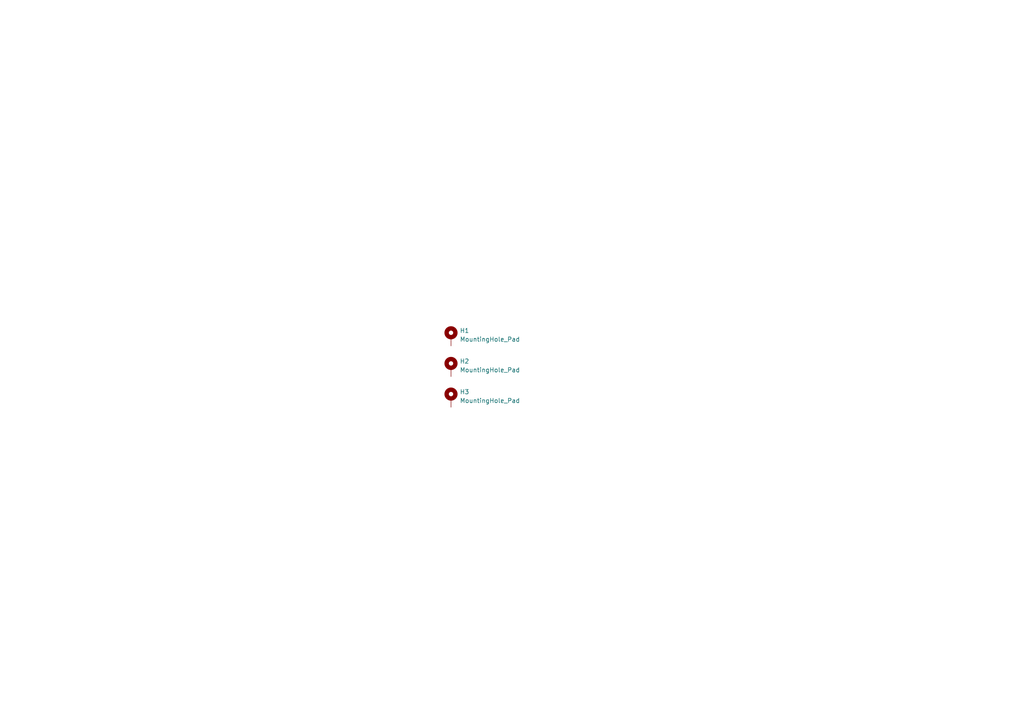
<source format=kicad_sch>
(kicad_sch (version 20230121) (generator eeschema)
  (paper "A4")
  (lib_symbols
    (symbol "Mechanical:MountingHole_Pad" (pin_numbers hide) (pin_names (offset 1.016) hide)
      (property "Reference" "H" (at 0 6.35 0))
      (property "Value" "MountingHole_Pad" (at 0 4.445 0))
      (symbol "MountingHole_Pad_0_1"
        (circle (center 0 1.27) (radius 1.27) (stroke (width 1.27)))
      )
      (symbol "MountingHole_Pad_1_1"
        (pin input line (at 0 -2.54 90) (length 2.54) (name "1") (number "1"))
      )
    )
  )
  (symbol (lib_id "Mechanical:MountingHole_Pad") (at 130.81 106.68 0) (unit 1)
    (property "Reference" "H2" (at 133.35 104.775 0) (effects (justify left)))
    (property "Value" "MountingHole_Pad" (at 133.35 107.315 0) (effects (justify left)))
    (property "Footprint" "MountingHole:MountingHole_3.2mm_M3_Pad" (effects hide))
  )
  (symbol (lib_id "Mechanical:MountingHole_Pad") (at 130.81 97.79 0) (unit 1)
    (property "Reference" "H1" (at 133.35 95.885 0) (effects (justify left)))
    (property "Value" "MountingHole_Pad" (at 133.35 98.425 0) (effects (justify left)))
    (property "Footprint" "MountingHole:MountingHole_3.2mm_M3_Pad" (effects hide))
  )
  (symbol (lib_id "Mechanical:MountingHole_Pad") (at 130.81 115.57 0) (unit 1)
    (property "Reference" "H3" (at 133.35 113.665 0) (effects (justify left)))
    (property "Value" "MountingHole_Pad" (at 133.35 116.205 0) (effects (justify left)))
    (property "Footprint" "MountingHole:MountingHole_3.2mm_M3_Pad" (effects hide))
  )
)
</source>
